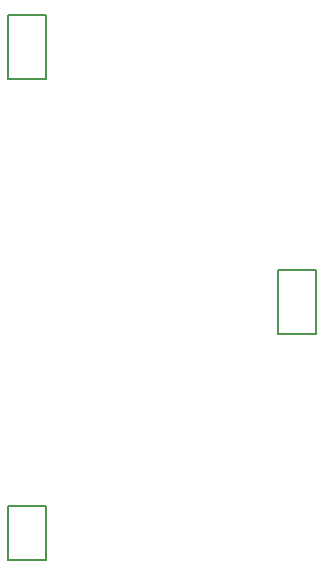
<source format=gbr>
%TF.GenerationSoftware,KiCad,Pcbnew,(5.1.12)-1*%
%TF.CreationDate,2022-01-09T19:11:42+09:00*%
%TF.ProjectId,24VFanController,32345646-616e-4436-9f6e-74726f6c6c65,rev?*%
%TF.SameCoordinates,PX6d01460PY196f3b0*%
%TF.FileFunction,Other,ECO2*%
%FSLAX46Y46*%
G04 Gerber Fmt 4.6, Leading zero omitted, Abs format (unit mm)*
G04 Created by KiCad (PCBNEW (5.1.12)-1) date 2022-01-09 19:11:42*
%MOMM*%
%LPD*%
G01*
G04 APERTURE LIST*
%ADD10C,0.127000*%
G04 APERTURE END LIST*
D10*
%TO.C,C1*%
X14275000Y-57948000D02*
X14275000Y-62448000D01*
X11125000Y-57948000D02*
X14275000Y-57948000D01*
X11125000Y-62448000D02*
X11125000Y-57948000D01*
X14275000Y-62448000D02*
X11125000Y-62448000D01*
%TO.C,C2*%
X11125000Y-16300000D02*
X14275000Y-16300000D01*
X14275000Y-16300000D02*
X14275000Y-21800000D01*
X14275000Y-21800000D02*
X11125000Y-21800000D01*
X11125000Y-21800000D02*
X11125000Y-16300000D01*
%TO.C,C3*%
X37135000Y-37890000D02*
X37135000Y-43390000D01*
X33985000Y-37890000D02*
X37135000Y-37890000D01*
X33985000Y-43390000D02*
X33985000Y-37890000D01*
X37135000Y-43390000D02*
X33985000Y-43390000D01*
%TD*%
M02*

</source>
